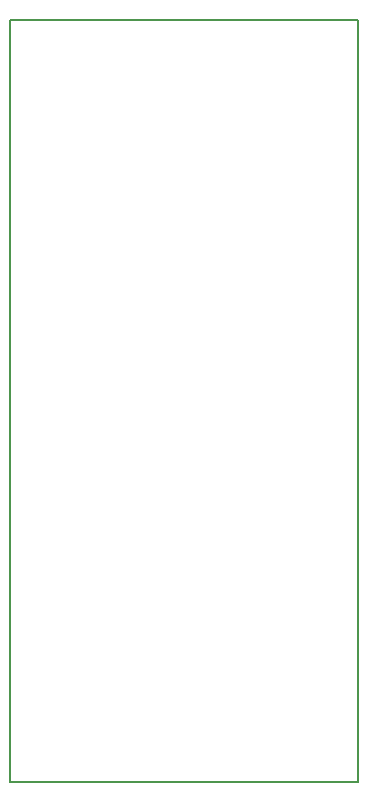
<source format=gbr>
G04 #@! TF.GenerationSoftware,KiCad,Pcbnew,(5.1.6-0-10_14)*
G04 #@! TF.CreationDate,2021-01-15T18:00:30+01:00*
G04 #@! TF.ProjectId,cdm324,63646d33-3234-42e6-9b69-6361645f7063,rev?*
G04 #@! TF.SameCoordinates,Original*
G04 #@! TF.FileFunction,Profile,NP*
%FSLAX46Y46*%
G04 Gerber Fmt 4.6, Leading zero omitted, Abs format (unit mm)*
G04 Created by KiCad (PCBNEW (5.1.6-0-10_14)) date 2021-01-15 18:00:30*
%MOMM*%
%LPD*%
G01*
G04 APERTURE LIST*
G04 #@! TA.AperFunction,Profile*
%ADD10C,0.150000*%
G04 #@! TD*
G04 APERTURE END LIST*
D10*
X85350000Y-132600000D02*
X85350000Y-68100000D01*
X114850000Y-132600000D02*
X85350000Y-132600000D01*
X114850000Y-68100000D02*
X114850000Y-132600000D01*
X85350000Y-68100000D02*
X114850000Y-68100000D01*
M02*

</source>
